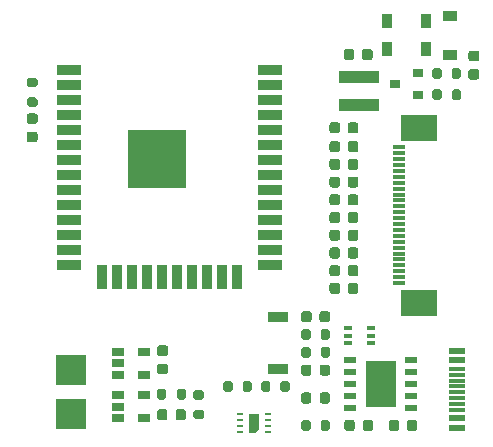
<source format=gbr>
%TF.GenerationSoftware,KiCad,Pcbnew,(5.1.8)-1*%
%TF.CreationDate,2021-08-10T17:59:01+08:00*%
%TF.ProjectId,smartdisplay,736d6172-7464-4697-9370-6c61792e6b69,rev?*%
%TF.SameCoordinates,Original*%
%TF.FileFunction,Paste,Top*%
%TF.FilePolarity,Positive*%
%FSLAX46Y46*%
G04 Gerber Fmt 4.6, Leading zero omitted, Abs format (unit mm)*
G04 Created by KiCad (PCBNEW (5.1.8)-1) date 2021-08-10 17:59:01*
%MOMM*%
%LPD*%
G01*
G04 APERTURE LIST*
%ADD10R,3.400000X0.980000*%
%ADD11R,0.900000X0.800000*%
%ADD12R,1.200000X0.900000*%
%ADD13R,0.900000X1.200000*%
%ADD14R,3.100000X2.300000*%
%ADD15R,1.100000X0.300000*%
%ADD16R,0.550000X0.250000*%
%ADD17C,0.350000*%
%ADD18R,1.450000X0.600000*%
%ADD19R,1.450000X0.300000*%
%ADD20R,1.700000X0.900000*%
%ADD21R,0.650000X0.400000*%
%ADD22R,2.500000X2.500000*%
%ADD23R,1.060000X0.650000*%
%ADD24R,2.500000X4.000000*%
%ADD25R,1.100000X0.510000*%
%ADD26R,2.000000X0.900000*%
%ADD27R,0.900000X2.000000*%
%ADD28R,5.000000X5.000000*%
G04 APERTURE END LIST*
%TO.C,C9*%
G36*
G01*
X194550000Y-67625000D02*
X195050000Y-67625000D01*
G75*
G02*
X195275000Y-67850000I0J-225000D01*
G01*
X195275000Y-68300000D01*
G75*
G02*
X195050000Y-68525000I-225000J0D01*
G01*
X194550000Y-68525000D01*
G75*
G02*
X194325000Y-68300000I0J225000D01*
G01*
X194325000Y-67850000D01*
G75*
G02*
X194550000Y-67625000I225000J0D01*
G01*
G37*
G36*
G01*
X194550000Y-66075000D02*
X195050000Y-66075000D01*
G75*
G02*
X195275000Y-66300000I0J-225000D01*
G01*
X195275000Y-66750000D01*
G75*
G02*
X195050000Y-66975000I-225000J0D01*
G01*
X194550000Y-66975000D01*
G75*
G02*
X194325000Y-66750000I0J225000D01*
G01*
X194325000Y-66300000D01*
G75*
G02*
X194550000Y-66075000I225000J0D01*
G01*
G37*
%TD*%
D10*
%TO.C,L1*%
X185100000Y-68315000D03*
X185100000Y-70685000D03*
%TD*%
%TO.C,R5*%
G36*
G01*
X192925000Y-68275000D02*
X192925000Y-67725000D01*
G75*
G02*
X193125000Y-67525000I200000J0D01*
G01*
X193525000Y-67525000D01*
G75*
G02*
X193725000Y-67725000I0J-200000D01*
G01*
X193725000Y-68275000D01*
G75*
G02*
X193525000Y-68475000I-200000J0D01*
G01*
X193125000Y-68475000D01*
G75*
G02*
X192925000Y-68275000I0J200000D01*
G01*
G37*
G36*
G01*
X191275000Y-68275000D02*
X191275000Y-67725000D01*
G75*
G02*
X191475000Y-67525000I200000J0D01*
G01*
X191875000Y-67525000D01*
G75*
G02*
X192075000Y-67725000I0J-200000D01*
G01*
X192075000Y-68275000D01*
G75*
G02*
X191875000Y-68475000I-200000J0D01*
G01*
X191475000Y-68475000D01*
G75*
G02*
X191275000Y-68275000I0J200000D01*
G01*
G37*
%TD*%
%TO.C,R4*%
G36*
G01*
X192925000Y-70075000D02*
X192925000Y-69525000D01*
G75*
G02*
X193125000Y-69325000I200000J0D01*
G01*
X193525000Y-69325000D01*
G75*
G02*
X193725000Y-69525000I0J-200000D01*
G01*
X193725000Y-70075000D01*
G75*
G02*
X193525000Y-70275000I-200000J0D01*
G01*
X193125000Y-70275000D01*
G75*
G02*
X192925000Y-70075000I0J200000D01*
G01*
G37*
G36*
G01*
X191275000Y-70075000D02*
X191275000Y-69525000D01*
G75*
G02*
X191475000Y-69325000I200000J0D01*
G01*
X191875000Y-69325000D01*
G75*
G02*
X192075000Y-69525000I0J-200000D01*
G01*
X192075000Y-70075000D01*
G75*
G02*
X191875000Y-70275000I-200000J0D01*
G01*
X191475000Y-70275000D01*
G75*
G02*
X191275000Y-70075000I0J200000D01*
G01*
G37*
%TD*%
D11*
%TO.C,Q1*%
X188100000Y-68900000D03*
X190100000Y-67950000D03*
X190100000Y-69850000D03*
%TD*%
D12*
%TO.C,D5*%
X192800000Y-63150000D03*
X192800000Y-66450000D03*
%TD*%
D13*
%TO.C,D1*%
X190750000Y-65900000D03*
X187450000Y-65900000D03*
%TD*%
%TO.C,D4*%
X187450000Y-63600000D03*
X190750000Y-63600000D03*
%TD*%
%TO.C,C15*%
G36*
G01*
X183475000Y-85950000D02*
X183475000Y-86450000D01*
G75*
G02*
X183250000Y-86675000I-225000J0D01*
G01*
X182800000Y-86675000D01*
G75*
G02*
X182575000Y-86450000I0J225000D01*
G01*
X182575000Y-85950000D01*
G75*
G02*
X182800000Y-85725000I225000J0D01*
G01*
X183250000Y-85725000D01*
G75*
G02*
X183475000Y-85950000I0J-225000D01*
G01*
G37*
G36*
G01*
X185025000Y-85950000D02*
X185025000Y-86450000D01*
G75*
G02*
X184800000Y-86675000I-225000J0D01*
G01*
X184350000Y-86675000D01*
G75*
G02*
X184125000Y-86450000I0J225000D01*
G01*
X184125000Y-85950000D01*
G75*
G02*
X184350000Y-85725000I225000J0D01*
G01*
X184800000Y-85725000D01*
G75*
G02*
X185025000Y-85950000I0J-225000D01*
G01*
G37*
%TD*%
%TO.C,C14*%
G36*
G01*
X183475000Y-84450000D02*
X183475000Y-84950000D01*
G75*
G02*
X183250000Y-85175000I-225000J0D01*
G01*
X182800000Y-85175000D01*
G75*
G02*
X182575000Y-84950000I0J225000D01*
G01*
X182575000Y-84450000D01*
G75*
G02*
X182800000Y-84225000I225000J0D01*
G01*
X183250000Y-84225000D01*
G75*
G02*
X183475000Y-84450000I0J-225000D01*
G01*
G37*
G36*
G01*
X185025000Y-84450000D02*
X185025000Y-84950000D01*
G75*
G02*
X184800000Y-85175000I-225000J0D01*
G01*
X184350000Y-85175000D01*
G75*
G02*
X184125000Y-84950000I0J225000D01*
G01*
X184125000Y-84450000D01*
G75*
G02*
X184350000Y-84225000I225000J0D01*
G01*
X184800000Y-84225000D01*
G75*
G02*
X185025000Y-84450000I0J-225000D01*
G01*
G37*
%TD*%
%TO.C,C13*%
G36*
G01*
X183475000Y-82950000D02*
X183475000Y-83450000D01*
G75*
G02*
X183250000Y-83675000I-225000J0D01*
G01*
X182800000Y-83675000D01*
G75*
G02*
X182575000Y-83450000I0J225000D01*
G01*
X182575000Y-82950000D01*
G75*
G02*
X182800000Y-82725000I225000J0D01*
G01*
X183250000Y-82725000D01*
G75*
G02*
X183475000Y-82950000I0J-225000D01*
G01*
G37*
G36*
G01*
X185025000Y-82950000D02*
X185025000Y-83450000D01*
G75*
G02*
X184800000Y-83675000I-225000J0D01*
G01*
X184350000Y-83675000D01*
G75*
G02*
X184125000Y-83450000I0J225000D01*
G01*
X184125000Y-82950000D01*
G75*
G02*
X184350000Y-82725000I225000J0D01*
G01*
X184800000Y-82725000D01*
G75*
G02*
X185025000Y-82950000I0J-225000D01*
G01*
G37*
%TD*%
%TO.C,C12*%
G36*
G01*
X183475000Y-81450000D02*
X183475000Y-81950000D01*
G75*
G02*
X183250000Y-82175000I-225000J0D01*
G01*
X182800000Y-82175000D01*
G75*
G02*
X182575000Y-81950000I0J225000D01*
G01*
X182575000Y-81450000D01*
G75*
G02*
X182800000Y-81225000I225000J0D01*
G01*
X183250000Y-81225000D01*
G75*
G02*
X183475000Y-81450000I0J-225000D01*
G01*
G37*
G36*
G01*
X185025000Y-81450000D02*
X185025000Y-81950000D01*
G75*
G02*
X184800000Y-82175000I-225000J0D01*
G01*
X184350000Y-82175000D01*
G75*
G02*
X184125000Y-81950000I0J225000D01*
G01*
X184125000Y-81450000D01*
G75*
G02*
X184350000Y-81225000I225000J0D01*
G01*
X184800000Y-81225000D01*
G75*
G02*
X185025000Y-81450000I0J-225000D01*
G01*
G37*
%TD*%
%TO.C,C11*%
G36*
G01*
X183475000Y-79950000D02*
X183475000Y-80450000D01*
G75*
G02*
X183250000Y-80675000I-225000J0D01*
G01*
X182800000Y-80675000D01*
G75*
G02*
X182575000Y-80450000I0J225000D01*
G01*
X182575000Y-79950000D01*
G75*
G02*
X182800000Y-79725000I225000J0D01*
G01*
X183250000Y-79725000D01*
G75*
G02*
X183475000Y-79950000I0J-225000D01*
G01*
G37*
G36*
G01*
X185025000Y-79950000D02*
X185025000Y-80450000D01*
G75*
G02*
X184800000Y-80675000I-225000J0D01*
G01*
X184350000Y-80675000D01*
G75*
G02*
X184125000Y-80450000I0J225000D01*
G01*
X184125000Y-79950000D01*
G75*
G02*
X184350000Y-79725000I225000J0D01*
G01*
X184800000Y-79725000D01*
G75*
G02*
X185025000Y-79950000I0J-225000D01*
G01*
G37*
%TD*%
%TO.C,C10*%
G36*
G01*
X183475000Y-78450000D02*
X183475000Y-78950000D01*
G75*
G02*
X183250000Y-79175000I-225000J0D01*
G01*
X182800000Y-79175000D01*
G75*
G02*
X182575000Y-78950000I0J225000D01*
G01*
X182575000Y-78450000D01*
G75*
G02*
X182800000Y-78225000I225000J0D01*
G01*
X183250000Y-78225000D01*
G75*
G02*
X183475000Y-78450000I0J-225000D01*
G01*
G37*
G36*
G01*
X185025000Y-78450000D02*
X185025000Y-78950000D01*
G75*
G02*
X184800000Y-79175000I-225000J0D01*
G01*
X184350000Y-79175000D01*
G75*
G02*
X184125000Y-78950000I0J225000D01*
G01*
X184125000Y-78450000D01*
G75*
G02*
X184350000Y-78225000I225000J0D01*
G01*
X184800000Y-78225000D01*
G75*
G02*
X185025000Y-78450000I0J-225000D01*
G01*
G37*
%TD*%
%TO.C,C8*%
G36*
G01*
X184125000Y-72850000D02*
X184125000Y-72350000D01*
G75*
G02*
X184350000Y-72125000I225000J0D01*
G01*
X184800000Y-72125000D01*
G75*
G02*
X185025000Y-72350000I0J-225000D01*
G01*
X185025000Y-72850000D01*
G75*
G02*
X184800000Y-73075000I-225000J0D01*
G01*
X184350000Y-73075000D01*
G75*
G02*
X184125000Y-72850000I0J225000D01*
G01*
G37*
G36*
G01*
X182575000Y-72850000D02*
X182575000Y-72350000D01*
G75*
G02*
X182800000Y-72125000I225000J0D01*
G01*
X183250000Y-72125000D01*
G75*
G02*
X183475000Y-72350000I0J-225000D01*
G01*
X183475000Y-72850000D01*
G75*
G02*
X183250000Y-73075000I-225000J0D01*
G01*
X182800000Y-73075000D01*
G75*
G02*
X182575000Y-72850000I0J225000D01*
G01*
G37*
%TD*%
%TO.C,C7*%
G36*
G01*
X183475000Y-76950000D02*
X183475000Y-77450000D01*
G75*
G02*
X183250000Y-77675000I-225000J0D01*
G01*
X182800000Y-77675000D01*
G75*
G02*
X182575000Y-77450000I0J225000D01*
G01*
X182575000Y-76950000D01*
G75*
G02*
X182800000Y-76725000I225000J0D01*
G01*
X183250000Y-76725000D01*
G75*
G02*
X183475000Y-76950000I0J-225000D01*
G01*
G37*
G36*
G01*
X185025000Y-76950000D02*
X185025000Y-77450000D01*
G75*
G02*
X184800000Y-77675000I-225000J0D01*
G01*
X184350000Y-77675000D01*
G75*
G02*
X184125000Y-77450000I0J225000D01*
G01*
X184125000Y-76950000D01*
G75*
G02*
X184350000Y-76725000I225000J0D01*
G01*
X184800000Y-76725000D01*
G75*
G02*
X185025000Y-76950000I0J-225000D01*
G01*
G37*
%TD*%
%TO.C,C4*%
G36*
G01*
X184675000Y-66150000D02*
X184675000Y-66650000D01*
G75*
G02*
X184450000Y-66875000I-225000J0D01*
G01*
X184000000Y-66875000D01*
G75*
G02*
X183775000Y-66650000I0J225000D01*
G01*
X183775000Y-66150000D01*
G75*
G02*
X184000000Y-65925000I225000J0D01*
G01*
X184450000Y-65925000D01*
G75*
G02*
X184675000Y-66150000I0J-225000D01*
G01*
G37*
G36*
G01*
X186225000Y-66150000D02*
X186225000Y-66650000D01*
G75*
G02*
X186000000Y-66875000I-225000J0D01*
G01*
X185550000Y-66875000D01*
G75*
G02*
X185325000Y-66650000I0J225000D01*
G01*
X185325000Y-66150000D01*
G75*
G02*
X185550000Y-65925000I225000J0D01*
G01*
X186000000Y-65925000D01*
G75*
G02*
X186225000Y-66150000I0J-225000D01*
G01*
G37*
%TD*%
%TO.C,C2*%
G36*
G01*
X183475000Y-75450000D02*
X183475000Y-75950000D01*
G75*
G02*
X183250000Y-76175000I-225000J0D01*
G01*
X182800000Y-76175000D01*
G75*
G02*
X182575000Y-75950000I0J225000D01*
G01*
X182575000Y-75450000D01*
G75*
G02*
X182800000Y-75225000I225000J0D01*
G01*
X183250000Y-75225000D01*
G75*
G02*
X183475000Y-75450000I0J-225000D01*
G01*
G37*
G36*
G01*
X185025000Y-75450000D02*
X185025000Y-75950000D01*
G75*
G02*
X184800000Y-76175000I-225000J0D01*
G01*
X184350000Y-76175000D01*
G75*
G02*
X184125000Y-75950000I0J225000D01*
G01*
X184125000Y-75450000D01*
G75*
G02*
X184350000Y-75225000I225000J0D01*
G01*
X184800000Y-75225000D01*
G75*
G02*
X185025000Y-75450000I0J-225000D01*
G01*
G37*
%TD*%
%TO.C,C1*%
G36*
G01*
X183475000Y-73950000D02*
X183475000Y-74450000D01*
G75*
G02*
X183250000Y-74675000I-225000J0D01*
G01*
X182800000Y-74675000D01*
G75*
G02*
X182575000Y-74450000I0J225000D01*
G01*
X182575000Y-73950000D01*
G75*
G02*
X182800000Y-73725000I225000J0D01*
G01*
X183250000Y-73725000D01*
G75*
G02*
X183475000Y-73950000I0J-225000D01*
G01*
G37*
G36*
G01*
X185025000Y-73950000D02*
X185025000Y-74450000D01*
G75*
G02*
X184800000Y-74675000I-225000J0D01*
G01*
X184350000Y-74675000D01*
G75*
G02*
X184125000Y-74450000I0J225000D01*
G01*
X184125000Y-73950000D01*
G75*
G02*
X184350000Y-73725000I225000J0D01*
G01*
X184800000Y-73725000D01*
G75*
G02*
X185025000Y-73950000I0J-225000D01*
G01*
G37*
%TD*%
D14*
%TO.C,U3*%
X190150000Y-72580000D03*
X190150000Y-87420000D03*
D15*
X188450000Y-74250000D03*
X188450000Y-74750000D03*
X188450000Y-75250000D03*
X188450000Y-75750000D03*
X188450000Y-76250000D03*
X188450000Y-76750000D03*
X188450000Y-77250000D03*
X188450000Y-77750000D03*
X188450000Y-78250000D03*
X188450000Y-78750000D03*
X188450000Y-79250000D03*
X188450000Y-79750000D03*
X188450000Y-80250000D03*
X188450000Y-80750000D03*
X188450000Y-81250000D03*
X188450000Y-81750000D03*
X188450000Y-82250000D03*
X188450000Y-82750000D03*
X188450000Y-83250000D03*
X188450000Y-83750000D03*
X188450000Y-84250000D03*
X188450000Y-84750000D03*
X188450000Y-85250000D03*
X188450000Y-85750000D03*
%TD*%
D16*
%TO.C,U5*%
X177375000Y-98350000D03*
X177375000Y-97850000D03*
X177375000Y-97350000D03*
X177375000Y-96850000D03*
X175025000Y-96850000D03*
X175025000Y-97350000D03*
X175025000Y-97850000D03*
X175025000Y-98350000D03*
D17*
G36*
X175750000Y-96800000D02*
G01*
X176650000Y-96800000D01*
X176650000Y-98130000D01*
X176380000Y-98400000D01*
X175750000Y-98400000D01*
X175750000Y-96800000D01*
G37*
%TD*%
%TO.C,R8*%
G36*
G01*
X177575000Y-94225000D02*
X177575000Y-94775000D01*
G75*
G02*
X177375000Y-94975000I-200000J0D01*
G01*
X176975000Y-94975000D01*
G75*
G02*
X176775000Y-94775000I0J200000D01*
G01*
X176775000Y-94225000D01*
G75*
G02*
X176975000Y-94025000I200000J0D01*
G01*
X177375000Y-94025000D01*
G75*
G02*
X177575000Y-94225000I0J-200000D01*
G01*
G37*
G36*
G01*
X179225000Y-94225000D02*
X179225000Y-94775000D01*
G75*
G02*
X179025000Y-94975000I-200000J0D01*
G01*
X178625000Y-94975000D01*
G75*
G02*
X178425000Y-94775000I0J200000D01*
G01*
X178425000Y-94225000D01*
G75*
G02*
X178625000Y-94025000I200000J0D01*
G01*
X179025000Y-94025000D01*
G75*
G02*
X179225000Y-94225000I0J-200000D01*
G01*
G37*
%TD*%
%TO.C,R7*%
G36*
G01*
X175225000Y-94775000D02*
X175225000Y-94225000D01*
G75*
G02*
X175425000Y-94025000I200000J0D01*
G01*
X175825000Y-94025000D01*
G75*
G02*
X176025000Y-94225000I0J-200000D01*
G01*
X176025000Y-94775000D01*
G75*
G02*
X175825000Y-94975000I-200000J0D01*
G01*
X175425000Y-94975000D01*
G75*
G02*
X175225000Y-94775000I0J200000D01*
G01*
G37*
G36*
G01*
X173575000Y-94775000D02*
X173575000Y-94225000D01*
G75*
G02*
X173775000Y-94025000I200000J0D01*
G01*
X174175000Y-94025000D01*
G75*
G02*
X174375000Y-94225000I0J-200000D01*
G01*
X174375000Y-94775000D01*
G75*
G02*
X174175000Y-94975000I-200000J0D01*
G01*
X173775000Y-94975000D01*
G75*
G02*
X173575000Y-94775000I0J200000D01*
G01*
G37*
%TD*%
D18*
%TO.C,J2*%
X193405000Y-91500000D03*
X193405000Y-92300000D03*
X193405000Y-97200000D03*
X193405000Y-98000000D03*
X193405000Y-98000000D03*
X193405000Y-97200000D03*
X193405000Y-92300000D03*
X193405000Y-91500000D03*
D19*
X193405000Y-96500000D03*
X193405000Y-96000000D03*
X193405000Y-95500000D03*
X193405000Y-94500000D03*
X193405000Y-94000000D03*
X193405000Y-93500000D03*
X193405000Y-93000000D03*
X193405000Y-95000000D03*
%TD*%
%TO.C,R6*%
G36*
G01*
X180975000Y-89825000D02*
X180975000Y-90375000D01*
G75*
G02*
X180775000Y-90575000I-200000J0D01*
G01*
X180375000Y-90575000D01*
G75*
G02*
X180175000Y-90375000I0J200000D01*
G01*
X180175000Y-89825000D01*
G75*
G02*
X180375000Y-89625000I200000J0D01*
G01*
X180775000Y-89625000D01*
G75*
G02*
X180975000Y-89825000I0J-200000D01*
G01*
G37*
G36*
G01*
X182625000Y-89825000D02*
X182625000Y-90375000D01*
G75*
G02*
X182425000Y-90575000I-200000J0D01*
G01*
X182025000Y-90575000D01*
G75*
G02*
X181825000Y-90375000I0J200000D01*
G01*
X181825000Y-89825000D01*
G75*
G02*
X182025000Y-89625000I200000J0D01*
G01*
X182425000Y-89625000D01*
G75*
G02*
X182625000Y-89825000I0J-200000D01*
G01*
G37*
%TD*%
%TO.C,D6*%
G36*
G01*
X168850000Y-96643750D02*
X168850000Y-97156250D01*
G75*
G02*
X168631250Y-97375000I-218750J0D01*
G01*
X168193750Y-97375000D01*
G75*
G02*
X167975000Y-97156250I0J218750D01*
G01*
X167975000Y-96643750D01*
G75*
G02*
X168193750Y-96425000I218750J0D01*
G01*
X168631250Y-96425000D01*
G75*
G02*
X168850000Y-96643750I0J-218750D01*
G01*
G37*
G36*
G01*
X170425000Y-96643750D02*
X170425000Y-97156250D01*
G75*
G02*
X170206250Y-97375000I-218750J0D01*
G01*
X169768750Y-97375000D01*
G75*
G02*
X169550000Y-97156250I0J218750D01*
G01*
X169550000Y-96643750D01*
G75*
G02*
X169768750Y-96425000I218750J0D01*
G01*
X170206250Y-96425000D01*
G75*
G02*
X170425000Y-96643750I0J-218750D01*
G01*
G37*
%TD*%
%TO.C,D3*%
G36*
G01*
X181050000Y-92863750D02*
X181050000Y-93376250D01*
G75*
G02*
X180831250Y-93595000I-218750J0D01*
G01*
X180393750Y-93595000D01*
G75*
G02*
X180175000Y-93376250I0J218750D01*
G01*
X180175000Y-92863750D01*
G75*
G02*
X180393750Y-92645000I218750J0D01*
G01*
X180831250Y-92645000D01*
G75*
G02*
X181050000Y-92863750I0J-218750D01*
G01*
G37*
G36*
G01*
X182625000Y-92863750D02*
X182625000Y-93376250D01*
G75*
G02*
X182406250Y-93595000I-218750J0D01*
G01*
X181968750Y-93595000D01*
G75*
G02*
X181750000Y-93376250I0J218750D01*
G01*
X181750000Y-92863750D01*
G75*
G02*
X181968750Y-92645000I218750J0D01*
G01*
X182406250Y-92645000D01*
G75*
G02*
X182625000Y-92863750I0J-218750D01*
G01*
G37*
%TD*%
%TO.C,D2*%
G36*
G01*
X181050000Y-95223750D02*
X181050000Y-95736250D01*
G75*
G02*
X180831250Y-95955000I-218750J0D01*
G01*
X180393750Y-95955000D01*
G75*
G02*
X180175000Y-95736250I0J218750D01*
G01*
X180175000Y-95223750D01*
G75*
G02*
X180393750Y-95005000I218750J0D01*
G01*
X180831250Y-95005000D01*
G75*
G02*
X181050000Y-95223750I0J-218750D01*
G01*
G37*
G36*
G01*
X182625000Y-95223750D02*
X182625000Y-95736250D01*
G75*
G02*
X182406250Y-95955000I-218750J0D01*
G01*
X181968750Y-95955000D01*
G75*
G02*
X181750000Y-95736250I0J218750D01*
G01*
X181750000Y-95223750D01*
G75*
G02*
X181968750Y-95005000I218750J0D01*
G01*
X182406250Y-95005000D01*
G75*
G02*
X182625000Y-95223750I0J-218750D01*
G01*
G37*
%TD*%
%TO.C,C5*%
G36*
G01*
X189125000Y-98050000D02*
X189125000Y-97550000D01*
G75*
G02*
X189350000Y-97325000I225000J0D01*
G01*
X189800000Y-97325000D01*
G75*
G02*
X190025000Y-97550000I0J-225000D01*
G01*
X190025000Y-98050000D01*
G75*
G02*
X189800000Y-98275000I-225000J0D01*
G01*
X189350000Y-98275000D01*
G75*
G02*
X189125000Y-98050000I0J225000D01*
G01*
G37*
G36*
G01*
X187575000Y-98050000D02*
X187575000Y-97550000D01*
G75*
G02*
X187800000Y-97325000I225000J0D01*
G01*
X188250000Y-97325000D01*
G75*
G02*
X188475000Y-97550000I0J-225000D01*
G01*
X188475000Y-98050000D01*
G75*
G02*
X188250000Y-98275000I-225000J0D01*
G01*
X187800000Y-98275000D01*
G75*
G02*
X187575000Y-98050000I0J225000D01*
G01*
G37*
%TD*%
D20*
%TO.C,SW1*%
X178200000Y-88600000D03*
X178200000Y-93000000D03*
%TD*%
%TO.C,R9*%
G36*
G01*
X171775000Y-95625000D02*
X171225000Y-95625000D01*
G75*
G02*
X171025000Y-95425000I0J200000D01*
G01*
X171025000Y-95025000D01*
G75*
G02*
X171225000Y-94825000I200000J0D01*
G01*
X171775000Y-94825000D01*
G75*
G02*
X171975000Y-95025000I0J-200000D01*
G01*
X171975000Y-95425000D01*
G75*
G02*
X171775000Y-95625000I-200000J0D01*
G01*
G37*
G36*
G01*
X171775000Y-97275000D02*
X171225000Y-97275000D01*
G75*
G02*
X171025000Y-97075000I0J200000D01*
G01*
X171025000Y-96675000D01*
G75*
G02*
X171225000Y-96475000I200000J0D01*
G01*
X171775000Y-96475000D01*
G75*
G02*
X171975000Y-96675000I0J-200000D01*
G01*
X171975000Y-97075000D01*
G75*
G02*
X171775000Y-97275000I-200000J0D01*
G01*
G37*
%TD*%
%TO.C,R10*%
G36*
G01*
X169625000Y-95425000D02*
X169625000Y-94875000D01*
G75*
G02*
X169825000Y-94675000I200000J0D01*
G01*
X170225000Y-94675000D01*
G75*
G02*
X170425000Y-94875000I0J-200000D01*
G01*
X170425000Y-95425000D01*
G75*
G02*
X170225000Y-95625000I-200000J0D01*
G01*
X169825000Y-95625000D01*
G75*
G02*
X169625000Y-95425000I0J200000D01*
G01*
G37*
G36*
G01*
X167975000Y-95425000D02*
X167975000Y-94875000D01*
G75*
G02*
X168175000Y-94675000I200000J0D01*
G01*
X168575000Y-94675000D01*
G75*
G02*
X168775000Y-94875000I0J-200000D01*
G01*
X168775000Y-95425000D01*
G75*
G02*
X168575000Y-95625000I-200000J0D01*
G01*
X168175000Y-95625000D01*
G75*
G02*
X167975000Y-95425000I0J200000D01*
G01*
G37*
%TD*%
%TO.C,R2*%
G36*
G01*
X180975000Y-91325000D02*
X180975000Y-91875000D01*
G75*
G02*
X180775000Y-92075000I-200000J0D01*
G01*
X180375000Y-92075000D01*
G75*
G02*
X180175000Y-91875000I0J200000D01*
G01*
X180175000Y-91325000D01*
G75*
G02*
X180375000Y-91125000I200000J0D01*
G01*
X180775000Y-91125000D01*
G75*
G02*
X180975000Y-91325000I0J-200000D01*
G01*
G37*
G36*
G01*
X182625000Y-91325000D02*
X182625000Y-91875000D01*
G75*
G02*
X182425000Y-92075000I-200000J0D01*
G01*
X182025000Y-92075000D01*
G75*
G02*
X181825000Y-91875000I0J200000D01*
G01*
X181825000Y-91325000D01*
G75*
G02*
X182025000Y-91125000I200000J0D01*
G01*
X182425000Y-91125000D01*
G75*
G02*
X182625000Y-91325000I0J-200000D01*
G01*
G37*
%TD*%
%TO.C,R1*%
G36*
G01*
X180975000Y-97525000D02*
X180975000Y-98075000D01*
G75*
G02*
X180775000Y-98275000I-200000J0D01*
G01*
X180375000Y-98275000D01*
G75*
G02*
X180175000Y-98075000I0J200000D01*
G01*
X180175000Y-97525000D01*
G75*
G02*
X180375000Y-97325000I200000J0D01*
G01*
X180775000Y-97325000D01*
G75*
G02*
X180975000Y-97525000I0J-200000D01*
G01*
G37*
G36*
G01*
X182625000Y-97525000D02*
X182625000Y-98075000D01*
G75*
G02*
X182425000Y-98275000I-200000J0D01*
G01*
X182025000Y-98275000D01*
G75*
G02*
X181825000Y-98075000I0J200000D01*
G01*
X181825000Y-97525000D01*
G75*
G02*
X182025000Y-97325000I200000J0D01*
G01*
X182425000Y-97325000D01*
G75*
G02*
X182625000Y-97525000I0J-200000D01*
G01*
G37*
%TD*%
%TO.C,C17*%
G36*
G01*
X168200000Y-92575000D02*
X168700000Y-92575000D01*
G75*
G02*
X168925000Y-92800000I0J-225000D01*
G01*
X168925000Y-93250000D01*
G75*
G02*
X168700000Y-93475000I-225000J0D01*
G01*
X168200000Y-93475000D01*
G75*
G02*
X167975000Y-93250000I0J225000D01*
G01*
X167975000Y-92800000D01*
G75*
G02*
X168200000Y-92575000I225000J0D01*
G01*
G37*
G36*
G01*
X168200000Y-91025000D02*
X168700000Y-91025000D01*
G75*
G02*
X168925000Y-91250000I0J-225000D01*
G01*
X168925000Y-91700000D01*
G75*
G02*
X168700000Y-91925000I-225000J0D01*
G01*
X168200000Y-91925000D01*
G75*
G02*
X167975000Y-91700000I0J225000D01*
G01*
X167975000Y-91250000D01*
G75*
G02*
X168200000Y-91025000I225000J0D01*
G01*
G37*
%TD*%
%TO.C,C16*%
G36*
G01*
X181075000Y-88350000D02*
X181075000Y-88850000D01*
G75*
G02*
X180850000Y-89075000I-225000J0D01*
G01*
X180400000Y-89075000D01*
G75*
G02*
X180175000Y-88850000I0J225000D01*
G01*
X180175000Y-88350000D01*
G75*
G02*
X180400000Y-88125000I225000J0D01*
G01*
X180850000Y-88125000D01*
G75*
G02*
X181075000Y-88350000I0J-225000D01*
G01*
G37*
G36*
G01*
X182625000Y-88350000D02*
X182625000Y-88850000D01*
G75*
G02*
X182400000Y-89075000I-225000J0D01*
G01*
X181950000Y-89075000D01*
G75*
G02*
X181725000Y-88850000I0J225000D01*
G01*
X181725000Y-88350000D01*
G75*
G02*
X181950000Y-88125000I225000J0D01*
G01*
X182400000Y-88125000D01*
G75*
G02*
X182625000Y-88350000I0J-225000D01*
G01*
G37*
%TD*%
%TO.C,C3*%
G36*
G01*
X184725000Y-97550000D02*
X184725000Y-98050000D01*
G75*
G02*
X184500000Y-98275000I-225000J0D01*
G01*
X184050000Y-98275000D01*
G75*
G02*
X183825000Y-98050000I0J225000D01*
G01*
X183825000Y-97550000D01*
G75*
G02*
X184050000Y-97325000I225000J0D01*
G01*
X184500000Y-97325000D01*
G75*
G02*
X184725000Y-97550000I0J-225000D01*
G01*
G37*
G36*
G01*
X186275000Y-97550000D02*
X186275000Y-98050000D01*
G75*
G02*
X186050000Y-98275000I-225000J0D01*
G01*
X185600000Y-98275000D01*
G75*
G02*
X185375000Y-98050000I0J225000D01*
G01*
X185375000Y-97550000D01*
G75*
G02*
X185600000Y-97325000I225000J0D01*
G01*
X186050000Y-97325000D01*
G75*
G02*
X186275000Y-97550000I0J-225000D01*
G01*
G37*
%TD*%
D21*
%TO.C,U1*%
X186050000Y-89550000D03*
X186050000Y-90850000D03*
X184150000Y-90200000D03*
X186050000Y-90200000D03*
X184150000Y-90850000D03*
X184150000Y-89550000D03*
%TD*%
%TO.C,R3*%
G36*
G01*
X157125000Y-70025000D02*
X157675000Y-70025000D01*
G75*
G02*
X157875000Y-70225000I0J-200000D01*
G01*
X157875000Y-70625000D01*
G75*
G02*
X157675000Y-70825000I-200000J0D01*
G01*
X157125000Y-70825000D01*
G75*
G02*
X156925000Y-70625000I0J200000D01*
G01*
X156925000Y-70225000D01*
G75*
G02*
X157125000Y-70025000I200000J0D01*
G01*
G37*
G36*
G01*
X157125000Y-68375000D02*
X157675000Y-68375000D01*
G75*
G02*
X157875000Y-68575000I0J-200000D01*
G01*
X157875000Y-68975000D01*
G75*
G02*
X157675000Y-69175000I-200000J0D01*
G01*
X157125000Y-69175000D01*
G75*
G02*
X156925000Y-68975000I0J200000D01*
G01*
X156925000Y-68575000D01*
G75*
G02*
X157125000Y-68375000I200000J0D01*
G01*
G37*
%TD*%
D22*
%TO.C,J3*%
X160700000Y-93100000D03*
%TD*%
%TO.C,J1*%
X160700000Y-96800000D03*
%TD*%
%TO.C,C6*%
G36*
G01*
X157150000Y-72925000D02*
X157650000Y-72925000D01*
G75*
G02*
X157875000Y-73150000I0J-225000D01*
G01*
X157875000Y-73600000D01*
G75*
G02*
X157650000Y-73825000I-225000J0D01*
G01*
X157150000Y-73825000D01*
G75*
G02*
X156925000Y-73600000I0J225000D01*
G01*
X156925000Y-73150000D01*
G75*
G02*
X157150000Y-72925000I225000J0D01*
G01*
G37*
G36*
G01*
X157150000Y-71375000D02*
X157650000Y-71375000D01*
G75*
G02*
X157875000Y-71600000I0J-225000D01*
G01*
X157875000Y-72050000D01*
G75*
G02*
X157650000Y-72275000I-225000J0D01*
G01*
X157150000Y-72275000D01*
G75*
G02*
X156925000Y-72050000I0J225000D01*
G01*
X156925000Y-71600000D01*
G75*
G02*
X157150000Y-71375000I225000J0D01*
G01*
G37*
%TD*%
D23*
%TO.C,U6*%
X166900000Y-91600000D03*
X166900000Y-93500000D03*
X164700000Y-93500000D03*
X164700000Y-92550000D03*
X164700000Y-91600000D03*
%TD*%
D24*
%TO.C,U2*%
X186900000Y-94300000D03*
D25*
X184350000Y-96300000D03*
X184350000Y-95300000D03*
X189450000Y-92300000D03*
X184350000Y-94300000D03*
X184350000Y-93300000D03*
X184350000Y-92300000D03*
X189450000Y-93300000D03*
X189450000Y-94300000D03*
X189450000Y-95300000D03*
X189450000Y-96300000D03*
%TD*%
D23*
%TO.C,U7*%
X166900000Y-95250000D03*
X166900000Y-97150000D03*
X164700000Y-97150000D03*
X164700000Y-96200000D03*
X164700000Y-95250000D03*
%TD*%
D26*
%TO.C,U4*%
X177500000Y-67745000D03*
X177500000Y-69015000D03*
X177500000Y-70285000D03*
X177500000Y-71555000D03*
X177500000Y-72825000D03*
X177500000Y-74095000D03*
X177500000Y-75365000D03*
X177500000Y-76635000D03*
X177500000Y-77905000D03*
X177500000Y-79175000D03*
X177500000Y-80445000D03*
X177500000Y-81715000D03*
X177500000Y-82985000D03*
X177500000Y-84255000D03*
D27*
X174715000Y-85255000D03*
X173445000Y-85255000D03*
X172175000Y-85255000D03*
X170905000Y-85255000D03*
X169635000Y-85255000D03*
X168365000Y-85255000D03*
X167095000Y-85255000D03*
X165825000Y-85255000D03*
X164555000Y-85255000D03*
X163285000Y-85255000D03*
D26*
X160500000Y-84255000D03*
X160500000Y-82985000D03*
X160500000Y-81715000D03*
X160500000Y-80445000D03*
X160500000Y-79175000D03*
X160500000Y-77905000D03*
X160500000Y-76635000D03*
X160500000Y-75365000D03*
X160500000Y-74095000D03*
X160500000Y-72825000D03*
X160500000Y-71555000D03*
X160500000Y-70285000D03*
X160500000Y-69015000D03*
X160500000Y-67745000D03*
D28*
X168000000Y-75245000D03*
%TD*%
M02*

</source>
